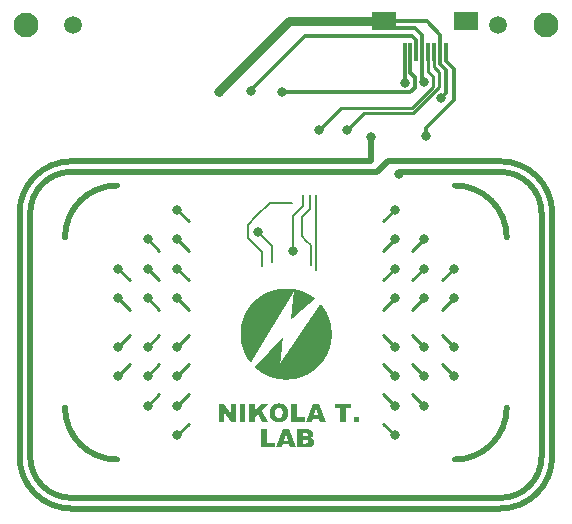
<source format=gtl>
G04*
G04 #@! TF.GenerationSoftware,Altium Limited,Altium Designer,20.0.13 (296)*
G04*
G04 Layer_Physical_Order=1*
G04 Layer_Color=19455*
%FSLAX44Y44*%
%MOMM*%
G71*
G01*
G75*
%ADD11C,0.2540*%
%ADD13C,0.8000*%
%ADD17C,0.2000*%
%ADD18C,0.2500*%
%ADD23C,0.5080*%
%ADD24R,2.0000X1.5000*%
%ADD25R,0.3000X1.5000*%
%ADD26C,0.3048*%
%ADD27C,0.0127*%
%ADD28C,0.7620*%
%ADD29C,0.3302*%
%ADD30C,2.1000*%
%ADD31C,1.5000*%
%ADD32C,0.8128*%
G36*
X18994Y-313564D02*
X19189D01*
X19383Y-313592D01*
X19883Y-313675D01*
X20438Y-313814D01*
X20993Y-314008D01*
X21521Y-314286D01*
X22020Y-314647D01*
X22048D01*
X22076Y-314702D01*
X22215Y-314841D01*
X22409Y-315063D01*
X22631Y-315396D01*
X22826Y-315785D01*
X23020Y-316229D01*
X23159Y-316757D01*
X23214Y-317034D01*
Y-317340D01*
Y-317367D01*
Y-317395D01*
Y-317562D01*
X23159Y-317812D01*
X23103Y-318117D01*
X22992Y-318478D01*
X22853Y-318867D01*
X22631Y-319255D01*
X22353Y-319644D01*
X22326Y-319672D01*
X22243Y-319755D01*
X22131Y-319866D01*
X21937Y-320005D01*
X21715Y-320171D01*
X21437Y-320338D01*
X21104Y-320505D01*
X20716Y-320671D01*
X20743D01*
X20799Y-320699D01*
X20882D01*
X20993Y-320755D01*
X21271Y-320838D01*
X21632Y-320976D01*
X22020Y-321171D01*
X22437Y-321421D01*
X22798Y-321698D01*
X23131Y-322032D01*
X23159Y-322087D01*
X23242Y-322198D01*
X23381Y-322420D01*
X23519Y-322698D01*
X23658Y-323031D01*
X23797Y-323447D01*
X23880Y-323919D01*
X23908Y-324447D01*
Y-324502D01*
Y-324641D01*
X23880Y-324863D01*
X23853Y-325141D01*
X23769Y-325474D01*
X23686Y-325835D01*
X23547Y-326196D01*
X23353Y-326557D01*
X23325Y-326585D01*
X23242Y-326723D01*
X23131Y-326890D01*
X22964Y-327084D01*
X22742Y-327334D01*
X22465Y-327584D01*
X22159Y-327834D01*
X21826Y-328056D01*
X21798D01*
X21715Y-328111D01*
X21576Y-328167D01*
X21382Y-328250D01*
X21132Y-328334D01*
X20827Y-328417D01*
X20466Y-328472D01*
X20049Y-328556D01*
X19994D01*
X19911Y-328583D01*
X19799D01*
X19522Y-328611D01*
X19189Y-328639D01*
X18828Y-328694D01*
X18495Y-328722D01*
X18189Y-328750D01*
X9833D01*
Y-313536D01*
X18856D01*
X18994Y-313564D01*
D02*
G37*
G36*
X8334Y-328750D02*
X3392D01*
X2642Y-326251D01*
X-2688D01*
X-3438Y-328750D01*
X-8240D01*
X-2549Y-313536D01*
X2615D01*
X8334Y-328750D01*
D02*
G37*
G36*
X-16208Y-325002D02*
X-8851D01*
Y-328750D01*
X-20900D01*
Y-313536D01*
X-16208D01*
Y-325002D01*
D02*
G37*
G36*
X-20615Y-297533D02*
X-14785Y-307000D01*
X-20587D01*
X-23807Y-300781D01*
X-26223Y-303308D01*
Y-307000D01*
X-30914D01*
Y-291786D01*
X-26223D01*
Y-297561D01*
X-21309Y-291786D01*
X-15035D01*
X-20615Y-297533D01*
D02*
G37*
G36*
X-42325Y-307000D02*
X-46767D01*
X-52486Y-298616D01*
Y-307000D01*
X-56900D01*
Y-291786D01*
X-52541D01*
X-46767Y-300226D01*
Y-291786D01*
X-42325D01*
Y-307000D01*
D02*
G37*
G36*
X61894Y-307000D02*
X57369D01*
Y-302752D01*
X61894D01*
Y-307000D01*
D02*
G37*
G36*
X55509Y-295534D02*
X50706D01*
Y-307000D01*
X46014D01*
Y-295534D01*
X41212D01*
Y-291786D01*
X55509D01*
Y-295534D01*
D02*
G37*
G36*
X33716Y-307000D02*
X28774D01*
X28025Y-304501D01*
X22694D01*
X21945Y-307000D01*
X17142D01*
X22833Y-291786D01*
X27997D01*
X33716Y-307000D01*
D02*
G37*
G36*
X9174Y-303252D02*
X16531Y-303252D01*
Y-307000D01*
X4482Y-307000D01*
Y-291786D01*
X9174D01*
Y-303252D01*
D02*
G37*
G36*
X-34302Y-307000D02*
X-39021D01*
Y-291786D01*
X-34302D01*
Y-307000D01*
D02*
G37*
G36*
X-5346Y-291564D02*
X-5012Y-291592D01*
X-4651Y-291648D01*
X-4235Y-291703D01*
X-3819Y-291786D01*
X-3347Y-291898D01*
X-2875Y-292036D01*
X-2375Y-292203D01*
X-1903Y-292397D01*
X-1431Y-292647D01*
X-959Y-292925D01*
X-543Y-293230D01*
X-126Y-293591D01*
X-99Y-293619D01*
X-43Y-293674D01*
X68Y-293813D01*
X207Y-293952D01*
X346Y-294174D01*
X540Y-294424D01*
X734Y-294729D01*
X929Y-295062D01*
X1123Y-295451D01*
X1290Y-295868D01*
X1484Y-296339D01*
X1623Y-296839D01*
X1762Y-297394D01*
X1873Y-297977D01*
X1928Y-298616D01*
X1956Y-299282D01*
Y-299310D01*
Y-299393D01*
Y-299532D01*
Y-299727D01*
X1928Y-299949D01*
X1900Y-300226D01*
X1873Y-300504D01*
X1845Y-300837D01*
X1734Y-301531D01*
X1567Y-302253D01*
X1345Y-302975D01*
X1040Y-303669D01*
Y-303696D01*
X1012Y-303752D01*
X957Y-303835D01*
X873Y-303946D01*
X679Y-304252D01*
X373Y-304640D01*
X12Y-305057D01*
X-432Y-305501D01*
X-931Y-305917D01*
X-1542Y-306306D01*
X-1570D01*
X-1625Y-306334D01*
X-1709Y-306389D01*
X-1848Y-306445D01*
X-2014Y-306528D01*
X-2208Y-306611D01*
X-2430Y-306695D01*
X-2708Y-306778D01*
X-3013Y-306861D01*
X-3319Y-306945D01*
X-4041Y-307111D01*
X-4874Y-307222D01*
X-5790Y-307250D01*
X-6206D01*
X-6428Y-307222D01*
X-6678Y-307194D01*
X-6956D01*
X-7289Y-307139D01*
X-7955Y-307056D01*
X-8649Y-306917D01*
X-9371Y-306723D01*
X-10037Y-306445D01*
X-10065D01*
X-10121Y-306417D01*
X-10204Y-306362D01*
X-10315Y-306278D01*
X-10620Y-306084D01*
X-11009Y-305806D01*
X-11453Y-305473D01*
X-11897Y-305001D01*
X-12369Y-304474D01*
X-12786Y-303863D01*
Y-303835D01*
X-12841Y-303780D01*
X-12869Y-303669D01*
X-12952Y-303530D01*
X-13036Y-303363D01*
X-13119Y-303169D01*
X-13202Y-302919D01*
X-13285Y-302642D01*
X-13397Y-302336D01*
X-13480Y-302003D01*
X-13563Y-301642D01*
X-13647Y-301226D01*
X-13757Y-300365D01*
X-13813Y-299421D01*
Y-299366D01*
Y-299254D01*
X-13785Y-299060D01*
Y-298810D01*
X-13757Y-298505D01*
X-13702Y-298144D01*
X-13647Y-297728D01*
X-13563Y-297311D01*
X-13452Y-296839D01*
X-13313Y-296367D01*
X-13147Y-295895D01*
X-12952Y-295396D01*
X-12702Y-294924D01*
X-12425Y-294452D01*
X-12119Y-294035D01*
X-11759Y-293619D01*
X-11731Y-293591D01*
X-11648Y-293535D01*
X-11537Y-293424D01*
X-11370Y-293286D01*
X-11148Y-293147D01*
X-10898Y-292952D01*
X-10593Y-292758D01*
X-10259Y-292564D01*
X-9871Y-292369D01*
X-9427Y-292203D01*
X-8955Y-292009D01*
X-8427Y-291870D01*
X-7872Y-291731D01*
X-7261Y-291620D01*
X-6623Y-291564D01*
X-5956Y-291537D01*
X-5595D01*
X-5346Y-291564D01*
D02*
G37*
%LPC*%
G36*
X16662Y-316618D02*
X14580D01*
Y-319505D01*
X16801D01*
X16995Y-319477D01*
X17245Y-319450D01*
X17745Y-319339D01*
X17967Y-319255D01*
X18161Y-319144D01*
X18189Y-319116D01*
X18245Y-319061D01*
X18300Y-318978D01*
X18384Y-318867D01*
X18467Y-318700D01*
X18550Y-318506D01*
X18578Y-318284D01*
X18606Y-318034D01*
Y-318006D01*
Y-317923D01*
X18578Y-317812D01*
X18550Y-317645D01*
X18495Y-317479D01*
X18411Y-317312D01*
X18300Y-317145D01*
X18161Y-317007D01*
X18134Y-316979D01*
X18078Y-316951D01*
X17967Y-316896D01*
X17801Y-316812D01*
X17606Y-316729D01*
X17356Y-316673D01*
X17023Y-316646D01*
X16662Y-316618D01*
D02*
G37*
G36*
X16940Y-322392D02*
X14580D01*
Y-325474D01*
X17162D01*
X17384Y-325446D01*
X17634Y-325419D01*
X17939Y-325363D01*
X18217Y-325308D01*
X18467Y-325196D01*
X18689Y-325058D01*
X18717Y-325030D01*
X18772Y-324974D01*
X18856Y-324891D01*
X18939Y-324752D01*
X19022Y-324586D01*
X19105Y-324364D01*
X19161Y-324141D01*
X19189Y-323892D01*
Y-323864D01*
Y-323781D01*
X19161Y-323670D01*
X19133Y-323503D01*
X19078Y-323336D01*
X18966Y-323142D01*
X18856Y-322975D01*
X18689Y-322809D01*
X18661Y-322781D01*
X18606Y-322753D01*
X18467Y-322670D01*
X18273Y-322587D01*
X18050Y-322531D01*
X17745Y-322448D01*
X17384Y-322420D01*
X16940Y-322392D01*
D02*
G37*
G36*
X-23Y-317506D02*
X-1689Y-322948D01*
X1643D01*
X-23Y-317506D01*
D02*
G37*
G36*
X25359Y-295756D02*
X23694Y-301198D01*
X27025D01*
X25359Y-295756D01*
D02*
G37*
G36*
X-5984Y-295090D02*
X-6040D01*
X-6206Y-295118D01*
X-6484Y-295146D01*
X-6789Y-295229D01*
X-7150Y-295340D01*
X-7539Y-295534D01*
X-7927Y-295784D01*
X-8261Y-296117D01*
X-8288Y-296173D01*
X-8399Y-296312D01*
X-8538Y-296562D01*
X-8677Y-296895D01*
X-8760Y-297117D01*
X-8844Y-297367D01*
X-8927Y-297644D01*
X-8982Y-297922D01*
X-9038Y-298255D01*
X-9093Y-298616D01*
X-9121Y-299005D01*
Y-299421D01*
Y-299449D01*
Y-299532D01*
Y-299643D01*
X-9093Y-299782D01*
Y-299976D01*
X-9066Y-300198D01*
X-9010Y-300698D01*
X-8927Y-301226D01*
X-8760Y-301781D01*
X-8566Y-302308D01*
X-8427Y-302530D01*
X-8288Y-302725D01*
X-8261Y-302780D01*
X-8122Y-302891D01*
X-7927Y-303030D01*
X-7678Y-303225D01*
X-7344Y-303419D01*
X-6928Y-303558D01*
X-6456Y-303669D01*
X-5929Y-303724D01*
X-5790D01*
X-5679Y-303696D01*
X-5401Y-303669D01*
X-5068Y-303613D01*
X-4707Y-303474D01*
X-4318Y-303308D01*
X-3930Y-303086D01*
X-3596Y-302752D01*
X-3569Y-302697D01*
X-3458Y-302558D01*
X-3402Y-302447D01*
X-3319Y-302308D01*
X-3236Y-302142D01*
X-3152Y-301947D01*
X-3097Y-301725D01*
X-3013Y-301476D01*
X-2930Y-301170D01*
X-2875Y-300865D01*
X-2819Y-300504D01*
X-2764Y-300115D01*
X-2736Y-299699D01*
Y-299227D01*
Y-299199D01*
Y-299143D01*
Y-299032D01*
Y-298866D01*
X-2764Y-298699D01*
X-2791Y-298505D01*
X-2847Y-298033D01*
X-2958Y-297533D01*
X-3097Y-297006D01*
X-3319Y-296506D01*
X-3624Y-296090D01*
X-3652Y-296034D01*
X-3791Y-295923D01*
X-3985Y-295784D01*
X-4235Y-295590D01*
X-4568Y-295396D01*
X-4985Y-295257D01*
X-5457Y-295146D01*
X-5984Y-295090D01*
D02*
G37*
%LPD*%
D11*
X65750Y-45750D02*
X107750D01*
X129500Y-24000D02*
Y-10500D01*
X107750Y-45750D02*
X129500Y-24000D01*
X47000Y-41000D02*
X106750D01*
X124500Y-23250D02*
Y-14500D01*
X106750Y-41000D02*
X124500Y-23250D01*
X125500Y-6500D02*
X129500Y-10500D01*
X120500Y-10500D02*
X124500Y-14500D01*
X120500Y-10500D02*
Y6000D01*
X125500Y-6500D02*
Y6000D01*
X27750Y-60250D02*
X47000Y-41000D01*
X51750Y-59750D02*
X65750Y-45750D01*
D13*
X6400Y-162600D02*
D03*
X-23600Y-146600D02*
D03*
X-142000Y-243500D02*
D03*
Y-268500D02*
D03*
X-117000Y-293500D02*
D03*
Y-268500D02*
D03*
Y-243500D02*
D03*
X-92000Y-268500D02*
D03*
Y-243500D02*
D03*
Y-293500D02*
D03*
Y-318500D02*
D03*
Y-127500D02*
D03*
Y-152500D02*
D03*
Y-202500D02*
D03*
Y-177500D02*
D03*
X-117000Y-202500D02*
D03*
Y-177500D02*
D03*
Y-152500D02*
D03*
X-142000Y-177500D02*
D03*
Y-202500D02*
D03*
X142000D02*
D03*
Y-177500D02*
D03*
X117000Y-152500D02*
D03*
Y-177500D02*
D03*
Y-202500D02*
D03*
X92000Y-177500D02*
D03*
Y-202500D02*
D03*
Y-152500D02*
D03*
Y-127500D02*
D03*
Y-318500D02*
D03*
Y-293500D02*
D03*
Y-243500D02*
D03*
Y-268500D02*
D03*
X117000Y-243500D02*
D03*
Y-268500D02*
D03*
Y-293500D02*
D03*
X142000Y-268500D02*
D03*
Y-243500D02*
D03*
D17*
X-20100Y-175100D02*
Y-163600D01*
X-32100Y-151600D02*
X-20100Y-163600D01*
X-32100Y-151600D02*
Y-140100D01*
X-25100Y-133100D01*
X-13600Y-121600D01*
X4900D01*
X-12100Y-171600D02*
Y-158100D01*
X-23600Y-146600D02*
X-12100Y-158100D01*
X25900Y-178600D02*
Y-115100D01*
X14900Y-124100D02*
Y-115100D01*
X7900Y-131100D02*
X14900Y-124100D01*
X6400Y-132600D02*
X7900Y-131100D01*
X6400Y-162600D02*
Y-132600D01*
X20400Y-127100D02*
Y-115100D01*
X13400Y-134100D02*
X20400Y-127100D01*
X13400Y-150100D02*
Y-134100D01*
Y-150100D02*
X16900Y-153600D01*
X20900Y-157600D01*
Y-174600D02*
Y-157600D01*
D18*
X-92000Y-318500D02*
X-82050Y-308550D01*
X-92000Y-293500D02*
X-82050Y-283550D01*
X-117000Y-293500D02*
X-107050Y-283550D01*
X-92000Y-268500D02*
X-82050Y-258550D01*
X-117000Y-268500D02*
X-107050Y-258550D01*
X-142000Y-268500D02*
X-132050Y-258550D01*
X-142000Y-243500D02*
X-132050Y-233550D01*
X-117000Y-243500D02*
X-107050Y-233550D01*
X-92000Y-243500D02*
X-82050Y-233550D01*
X-92000Y-202500D02*
X-82050Y-212450D01*
X-117000Y-202500D02*
X-107050Y-212450D01*
X-142000Y-202500D02*
X-132050Y-212450D01*
X-142000Y-177500D02*
X-132050Y-187450D01*
X-117000Y-177500D02*
X-107050Y-187450D01*
X-92000Y-177500D02*
X-82050Y-187450D01*
X-117000Y-152500D02*
X-107050Y-162450D01*
X-92000Y-152500D02*
X-82050Y-162450D01*
X-92000Y-127500D02*
X-82050Y-137450D01*
X82050D02*
X92000Y-127500D01*
X82050Y-162450D02*
X92000Y-152500D01*
X107050Y-162450D02*
X117000Y-152500D01*
X82050Y-187450D02*
X92000Y-177500D01*
X107050Y-187450D02*
X117000Y-177500D01*
X132050Y-187450D02*
X142000Y-177500D01*
X132050Y-212450D02*
X142000Y-202500D01*
X107050Y-212450D02*
X117000Y-202500D01*
X82050Y-212450D02*
X92000Y-202500D01*
X82050Y-233550D02*
X92000Y-243500D01*
X107050Y-233550D02*
X117000Y-243500D01*
X132050Y-233550D02*
X142000Y-243500D01*
X132050Y-258550D02*
X142000Y-268500D01*
X107050Y-258550D02*
X117000Y-268500D01*
X82050Y-258550D02*
X92000Y-268500D01*
X107050Y-283550D02*
X117000Y-293500D01*
X82050Y-283550D02*
X92000Y-293500D01*
X82050Y-308550D02*
X92000Y-318500D01*
D23*
X187000Y-151000D02*
G03*
X143000Y-107000I-44000J0D01*
G01*
Y-339000D02*
G03*
X187000Y-295000I0J44000D01*
G01*
X-187000D02*
G03*
X-143000Y-339000I44000J0D01*
G01*
Y-107000D02*
G03*
X-187000Y-151000I0J-44000D01*
G01*
X225500Y-130500D02*
G03*
X181500Y-86500I-44000J0D01*
G01*
X216500Y-130500D02*
G03*
X181500Y-95500I-35000J-0D01*
G01*
Y-371500D02*
G03*
X216500Y-336500I0J35000D01*
G01*
X181500Y-380500D02*
G03*
X225500Y-336500I0J44000D01*
G01*
X-181500Y-95500D02*
G03*
X-216500Y-130500I0J-35000D01*
G01*
X-181500Y-86500D02*
G03*
X-225500Y-130500I0J-44000D01*
G01*
X-216500Y-336500D02*
G03*
X-181500Y-371500I35000J0D01*
G01*
X-225500Y-336500D02*
G03*
X-181500Y-380500I44000J0D01*
G01*
X225500Y-336500D02*
Y-130500D01*
X95500Y-95500D02*
X181500D01*
X216500Y-336500D02*
Y-130500D01*
X86500Y-86500D02*
X181500D01*
X-181500Y-95500D02*
X77500D01*
X-181500Y-86500D02*
X72500D01*
X-181500Y-380500D02*
X181500D01*
X-181500Y-371500D02*
X181500D01*
X-216500Y-336500D02*
Y-130500D01*
X-225500Y-336500D02*
Y-130500D01*
X72500Y-86500D02*
Y-66000D01*
X77500Y-95500D02*
X86500Y-86500D01*
D24*
X152500Y32000D02*
D03*
X83500Y32000D02*
D03*
D25*
X135500Y6000D02*
D03*
X130500D02*
D03*
X125500D02*
D03*
X120500D02*
D03*
X110500D02*
D03*
X115500D02*
D03*
X100500D02*
D03*
X105500D02*
D03*
D26*
X131500Y-32750D02*
X135500Y-28750D01*
X118500Y-65500D02*
Y-58000D01*
X142250Y-34250D02*
Y-8750D01*
X118500Y-58000D02*
X142250Y-34250D01*
X135500Y-28750D02*
Y-9250D01*
X130500Y-4250D02*
X135500Y-9250D01*
X130500Y-4250D02*
Y6000D01*
X135500Y-2000D02*
Y6000D01*
Y-2000D02*
X142250Y-8750D01*
X119250Y32000D02*
X130500Y20750D01*
X83500Y32000D02*
X119250D01*
X130500Y6000D02*
Y20750D01*
X115500Y-18000D02*
X116750Y-19250D01*
X115500Y-18000D02*
Y6000D01*
X83500Y32000D02*
X89000Y26500D01*
X109000D01*
X115500Y20000D01*
Y6000D02*
Y20000D01*
X-3500Y-28000D02*
X105500D01*
X109000Y-24500D01*
Y-15500D01*
X105500Y-12000D02*
X109000Y-15500D01*
X105500Y-12000D02*
Y6000D01*
X100500Y-20000D02*
X100500Y-20000D01*
X100500Y-20000D02*
Y6000D01*
X100500Y-20125D02*
Y-20000D01*
D27*
X-3156Y-194311D02*
X2856D01*
X-4426Y-194438D02*
X4126D01*
X-5442Y-194565D02*
X5142D01*
X-6204Y-194692D02*
X6031D01*
X-6966Y-194819D02*
X6666D01*
X-7728Y-194946D02*
X6666D01*
X6877D02*
X7428D01*
X-8236Y-195073D02*
X6539D01*
X6877D02*
X7936D01*
X-8871Y-195200D02*
X6539D01*
X6877D02*
X8571D01*
X-9379Y-195327D02*
X6412D01*
X6877D02*
X9079D01*
X-9760Y-195454D02*
X6412D01*
X6877D02*
X9460D01*
X-10268Y-195581D02*
X6285D01*
X6750D02*
X9968D01*
X-10776Y-195708D02*
X6158D01*
X6750D02*
X10476D01*
X-11157Y-195835D02*
X6158D01*
X6750D02*
X10857D01*
X-11538Y-195962D02*
X6031D01*
X6750D02*
X11238D01*
X-11919Y-196089D02*
X5904D01*
X6750D02*
X11619D01*
X-12300Y-196216D02*
X5904D01*
X6750D02*
X12000D01*
X-12681Y-196343D02*
X5777D01*
X6750D02*
X12381D01*
X-13062Y-196470D02*
X5777D01*
X6750D02*
X12762D01*
X-13443Y-196597D02*
X5650D01*
X6750D02*
X13143D01*
X-13697Y-196724D02*
X5523D01*
X6750D02*
X13397D01*
X-14078Y-196851D02*
X5523D01*
X6623D02*
X13778D01*
X-14459Y-196978D02*
X5396D01*
X6623D02*
X14032D01*
X-14713Y-197105D02*
X5396D01*
X6623D02*
X14413D01*
X-14967Y-197232D02*
X5269D01*
X6623D02*
X14667D01*
X-15348Y-197359D02*
X5142D01*
X6623D02*
X15048D01*
X-15602Y-197486D02*
X5142D01*
X6623D02*
X15302D01*
X-15856Y-197613D02*
X5015D01*
X6623D02*
X15556D01*
X-16110Y-197740D02*
X5015D01*
X6623D02*
X15810D01*
X-16491Y-197867D02*
X4888D01*
X6623D02*
X16191D01*
X-16745Y-197994D02*
X4761D01*
X6623D02*
X16445D01*
X-16999Y-198121D02*
X4761D01*
X6496D02*
X16699D01*
X-17253Y-198248D02*
X4634D01*
X6496D02*
X16953D01*
X-17507Y-198375D02*
X4634D01*
X6496D02*
X17207D01*
X-17761Y-198502D02*
X4507D01*
X6496D02*
X17461D01*
X-18015Y-198629D02*
X4380D01*
X6496D02*
X17715D01*
X-18269Y-198756D02*
X4380D01*
X6496D02*
X17969D01*
X-18396Y-198883D02*
X4253D01*
X6496D02*
X18096D01*
X-18650Y-199010D02*
X4253D01*
X6496D02*
X18350D01*
X-18904Y-199137D02*
X4126D01*
X6496D02*
X18604D01*
X-19158Y-199264D02*
X3999D01*
X6496D02*
X18858D01*
X-19412Y-199391D02*
X3999D01*
X6369D02*
X19112D01*
X-19539Y-199518D02*
X3872D01*
X6369D02*
X19239D01*
X-19793Y-199645D02*
X3745D01*
X6369D02*
X19493D01*
X-19920Y-199772D02*
X3745D01*
X6369D02*
X19620D01*
X-20174Y-199899D02*
X3618D01*
X6369D02*
X19874D01*
X-20428Y-200026D02*
X3618D01*
X6369D02*
X20128D01*
X-20555Y-200153D02*
X3491D01*
X6369D02*
X20255D01*
X-20809Y-200280D02*
X3364D01*
X6369D02*
X20509D01*
X-20936Y-200407D02*
X3364D01*
X6369D02*
X20636D01*
X-21190Y-200534D02*
X3237D01*
X6369D02*
X20890D01*
X-21317Y-200661D02*
X3237D01*
X6242D02*
X21017D01*
X-21571Y-200788D02*
X3110D01*
X6242D02*
X21271D01*
X-21698Y-200915D02*
X2983D01*
X6242D02*
X21398D01*
X-21952Y-201042D02*
X2983D01*
X6242D02*
X21652D01*
X-22079Y-201169D02*
X2856D01*
X6242D02*
X21779D01*
X-22333Y-201296D02*
X2856D01*
X6242D02*
X22033D01*
X-22460Y-201423D02*
X2729D01*
X6242D02*
X22160D01*
X-22587Y-201550D02*
X2602D01*
X6242D02*
X22287D01*
X-22841Y-201677D02*
X2602D01*
X6242D02*
X22541D01*
X-22968Y-201804D02*
X2475D01*
X6242D02*
X22668D01*
X-23095Y-201931D02*
X2475D01*
X6115D02*
X22795D01*
X-23349Y-202058D02*
X2348D01*
X6115D02*
X23049D01*
X-23476Y-202185D02*
X2221D01*
X6115D02*
X23176D01*
X-23603Y-202312D02*
X2221D01*
X6115D02*
X23303D01*
X-23857Y-202439D02*
X2094D01*
X6115D02*
X23430D01*
X-23984Y-202566D02*
X2094D01*
X6115D02*
X23303D01*
X-24111Y-202693D02*
X1967D01*
X6115D02*
X23176D01*
X-24238Y-202820D02*
X1840D01*
X6115D02*
X23049D01*
X-24492Y-202947D02*
X1840D01*
X6115D02*
X22922D01*
X-24619Y-203074D02*
X1713D01*
X6115D02*
X22668D01*
X-24746Y-203201D02*
X1586D01*
X5988D02*
X22541D01*
X-24873Y-203328D02*
X1586D01*
X5988D02*
X22414D01*
X-25000Y-203455D02*
X1459D01*
X5988D02*
X22287D01*
X-25127Y-203582D02*
X1459D01*
X5988D02*
X22160D01*
X-25381Y-203709D02*
X1332D01*
X5988D02*
X22033D01*
X-25508Y-203836D02*
X1205D01*
X5988D02*
X21906D01*
X-25635Y-203963D02*
X1205D01*
X5988D02*
X21652D01*
X-25762Y-204090D02*
X1078D01*
X5988D02*
X21525D01*
X-25889Y-204217D02*
X1078D01*
X5988D02*
X21398D01*
X-26016Y-204344D02*
X951D01*
X5988D02*
X21271D01*
X-26143Y-204471D02*
X824D01*
X5861D02*
X21144D01*
X-26270Y-204598D02*
X824D01*
X5861D02*
X21017D01*
X-26397Y-204725D02*
X697D01*
X5861D02*
X20890D01*
X-26524Y-204852D02*
X697D01*
X5861D02*
X20636D01*
X-26651Y-204979D02*
X570D01*
X5861D02*
X20509D01*
X-26905Y-205106D02*
X443D01*
X5861D02*
X20382D01*
X-27032Y-205233D02*
X443D01*
X5861D02*
X20255D01*
X-27159Y-205360D02*
X316D01*
X5861D02*
X20128D01*
X-27286Y-205487D02*
X316D01*
X5861D02*
X20001D01*
X-27413Y-205614D02*
X189D01*
X5861D02*
X19874D01*
X-27540Y-205741D02*
X62D01*
X5734D02*
X19620D01*
X-27667Y-205868D02*
X62D01*
X5734D02*
X19493D01*
X-27667Y-205995D02*
X-65D01*
X5734D02*
X19366D01*
X-27794Y-206122D02*
X-65D01*
X5734D02*
X19239D01*
X-27921Y-206249D02*
X-192D01*
X5734D02*
X19112D01*
X-28048Y-206376D02*
X-319D01*
X5734D02*
X18985D01*
X-28175Y-206503D02*
X-319D01*
X5734D02*
X18858D01*
X-28302Y-206630D02*
X-446D01*
X5734D02*
X18604D01*
X-28429Y-206757D02*
X-573D01*
X5734D02*
X18477D01*
X-28556Y-206884D02*
X-573D01*
X5734D02*
X18350D01*
X-28683Y-207011D02*
X-700D01*
X5607D02*
X18223D01*
X-28810Y-207138D02*
X-700D01*
X5607D02*
X18096D01*
X-28937Y-207265D02*
X-827D01*
X5607D02*
X17969D01*
X-28937Y-207392D02*
X-954D01*
X5607D02*
X17842D01*
X-29064Y-207519D02*
X-954D01*
X5607D02*
X17588D01*
X-29191Y-207646D02*
X-1081D01*
X5607D02*
X17461D01*
X-29318Y-207773D02*
X-1081D01*
X5607D02*
X17334D01*
X28975D02*
X29018D01*
X-29445Y-207900D02*
X-1208D01*
X5607D02*
X17207D01*
X28848D02*
X29145D01*
X-29572Y-208027D02*
X-1335D01*
X5607D02*
X17080D01*
X28721D02*
X29272D01*
X-29572Y-208154D02*
X-1335D01*
X5607D02*
X16953D01*
X28721D02*
X29272D01*
X-29699Y-208281D02*
X-1462D01*
X5480D02*
X16826D01*
X28594D02*
X29399D01*
X-29826Y-208408D02*
X-1462D01*
X5480D02*
X16572D01*
X28467D02*
X29526D01*
X-29953Y-208535D02*
X-1589D01*
X5480D02*
X16445D01*
X28467D02*
X29653D01*
X-30080Y-208662D02*
X-1716D01*
X5480D02*
X16318D01*
X28340D02*
X29780D01*
X-30080Y-208789D02*
X-1716D01*
X5480D02*
X16191D01*
X28213D02*
X29780D01*
X-30207Y-208916D02*
X-1843D01*
X5480D02*
X16064D01*
X28213D02*
X29907D01*
X-30334Y-209043D02*
X-1843D01*
X5480D02*
X15937D01*
X28086D02*
X30034D01*
X-30461Y-209170D02*
X-1970D01*
X5480D02*
X15810D01*
X27959D02*
X30161D01*
X-30588Y-209297D02*
X-2097D01*
X5480D02*
X15556D01*
X27959D02*
X30288D01*
X-30588Y-209424D02*
X-2097D01*
X5480D02*
X15429D01*
X27832D02*
X30288D01*
X-30715Y-209551D02*
X-2224D01*
X5353D02*
X15302D01*
X27705D02*
X30415D01*
X-30842Y-209678D02*
X-2224D01*
X5353D02*
X15175D01*
X27578D02*
X30542D01*
X-30969Y-209805D02*
X-2351D01*
X5353D02*
X15048D01*
X27578D02*
X30669D01*
X-30969Y-209932D02*
X-2478D01*
X5353D02*
X14921D01*
X27451D02*
X30669D01*
X-31096Y-210059D02*
X-2478D01*
X5353D02*
X14794D01*
X27324D02*
X30796D01*
X-31223Y-210186D02*
X-2605D01*
X5353D02*
X14540D01*
X27324D02*
X30923D01*
X-31223Y-210313D02*
X-2605D01*
X5353D02*
X14413D01*
X27197D02*
X30923D01*
X-31350Y-210440D02*
X-2732D01*
X5353D02*
X14286D01*
X27070D02*
X31050D01*
X-31477Y-210567D02*
X-2859D01*
X5353D02*
X14159D01*
X27070D02*
X31177D01*
X-31477Y-210694D02*
X-2859D01*
X5353D02*
X14032D01*
X26943D02*
X31177D01*
X-31604Y-210821D02*
X-2986D01*
X5226D02*
X13905D01*
X26816D02*
X31304D01*
X-31731Y-210948D02*
X-3113D01*
X5226D02*
X13778D01*
X26816D02*
X31431D01*
X-31858Y-211075D02*
X-3113D01*
X5226D02*
X13524D01*
X26689D02*
X31558D01*
X-31858Y-211202D02*
X-3240D01*
X5226D02*
X13397D01*
X26562D02*
X31558D01*
X-31985Y-211329D02*
X-3240D01*
X5226D02*
X13270D01*
X26562D02*
X31685D01*
X-32112Y-211456D02*
X-3367D01*
X5226D02*
X13143D01*
X26435D02*
X31812D01*
X-32112Y-211583D02*
X-3494D01*
X5226D02*
X13016D01*
X26308D02*
X31812D01*
X-32239Y-211710D02*
X-3494D01*
X5226D02*
X12889D01*
X26308D02*
X31939D01*
X-32239Y-211837D02*
X-3621D01*
X5226D02*
X12762D01*
X26181D02*
X31939D01*
X-32366Y-211964D02*
X-3621D01*
X5099D02*
X12508D01*
X26054D02*
X32066D01*
X-32493Y-212091D02*
X-3748D01*
X5099D02*
X12381D01*
X26054D02*
X32193D01*
X-32493Y-212218D02*
X-3875D01*
X5099D02*
X12254D01*
X25927D02*
X32193D01*
X-32620Y-212345D02*
X-3875D01*
X5099D02*
X12127D01*
X25800D02*
X32320D01*
X-32747Y-212472D02*
X-4002D01*
X5099D02*
X12000D01*
X25800D02*
X32447D01*
X-32747Y-212599D02*
X-4002D01*
X5099D02*
X11873D01*
X25673D02*
X32447D01*
X-32874Y-212726D02*
X-4129D01*
X5099D02*
X11619D01*
X25546D02*
X32574D01*
X-32874Y-212853D02*
X-4256D01*
X5099D02*
X11492D01*
X25419D02*
X32574D01*
X-33001Y-212980D02*
X-4256D01*
X5099D02*
X11365D01*
X25419D02*
X32701D01*
X-33128Y-213107D02*
X-4383D01*
X5099D02*
X11238D01*
X25292D02*
X32828D01*
X-33128Y-213234D02*
X-4383D01*
X4972D02*
X11111D01*
X25165D02*
X32828D01*
X-33255Y-213361D02*
X-4510D01*
X4972D02*
X10984D01*
X25165D02*
X32955D01*
X-33255Y-213488D02*
X-4637D01*
X4972D02*
X10857D01*
X25038D02*
X32955D01*
X-33382Y-213615D02*
X-4637D01*
X4972D02*
X10603D01*
X24911D02*
X33082D01*
X-33382Y-213742D02*
X-4764D01*
X4972D02*
X10476D01*
X24911D02*
X33082D01*
X-33509Y-213869D02*
X-4764D01*
X4972D02*
X10349D01*
X24784D02*
X33209D01*
X-33636Y-213996D02*
X-4891D01*
X4972D02*
X10222D01*
X24657D02*
X33336D01*
X-33636Y-214123D02*
X-5018D01*
X4972D02*
X10095D01*
X24657D02*
X33336D01*
X-33763Y-214250D02*
X-5018D01*
X4972D02*
X9968D01*
X24530D02*
X33463D01*
X-33763Y-214377D02*
X-5145D01*
X4972D02*
X9841D01*
X24403D02*
X33463D01*
X-33890Y-214504D02*
X-5272D01*
X4845D02*
X9587D01*
X24403D02*
X33590D01*
X-33890Y-214631D02*
X-5272D01*
X4845D02*
X9460D01*
X24276D02*
X33590D01*
X-34017Y-214758D02*
X-5399D01*
X4845D02*
X9333D01*
X24149D02*
X33717D01*
X-34017Y-214885D02*
X-5399D01*
X4845D02*
X9206D01*
X24149D02*
X33717D01*
X-34144Y-215012D02*
X-5526D01*
X4845D02*
X9079D01*
X24022D02*
X33844D01*
X-34144Y-215139D02*
X-5653D01*
X4845D02*
X8952D01*
X23895D02*
X33844D01*
X-34271Y-215266D02*
X-5653D01*
X4845D02*
X8825D01*
X23895D02*
X33971D01*
X-34271Y-215393D02*
X-5780D01*
X4845D02*
X8571D01*
X23768D02*
X33971D01*
X-34398Y-215520D02*
X-5780D01*
X4845D02*
X8444D01*
X23641D02*
X34098D01*
X-34398Y-215647D02*
X-5907D01*
X4845D02*
X8317D01*
X23641D02*
X34098D01*
X-34525Y-215774D02*
X-6034D01*
X4718D02*
X8190D01*
X23514D02*
X34225D01*
X-34525Y-215901D02*
X-6034D01*
X4718D02*
X8063D01*
X23387D02*
X34225D01*
X-34652Y-216028D02*
X-6161D01*
X4718D02*
X7936D01*
X23387D02*
X34352D01*
X-34652Y-216155D02*
X-6161D01*
X4718D02*
X7809D01*
X23260D02*
X34352D01*
X-34779Y-216282D02*
X-6288D01*
X4718D02*
X7555D01*
X23133D02*
X34479D01*
X-34779Y-216409D02*
X-6415D01*
X4718D02*
X7428D01*
X23006D02*
X34479D01*
X-34906Y-216536D02*
X-6415D01*
X4718D02*
X7301D01*
X23006D02*
X34606D01*
X-34906Y-216663D02*
X-6542D01*
X4718D02*
X7174D01*
X22879D02*
X34606D01*
X-34906Y-216790D02*
X-6542D01*
X4718D02*
X7047D01*
X22752D02*
X34606D01*
X-35033Y-216917D02*
X-6669D01*
X4718D02*
X6920D01*
X22752D02*
X34733D01*
X-35033Y-217044D02*
X-6796D01*
X4591D02*
X6793D01*
X22625D02*
X34733D01*
X-35160Y-217171D02*
X-6796D01*
X4591D02*
X6539D01*
X22498D02*
X34860D01*
X-35160Y-217298D02*
X-6923D01*
X4591D02*
X6412D01*
X22498D02*
X34860D01*
X-35287Y-217425D02*
X-6923D01*
X4591D02*
X6285D01*
X22371D02*
X34987D01*
X-35287Y-217552D02*
X-7050D01*
X4591D02*
X6158D01*
X22244D02*
X34987D01*
X-35414Y-217679D02*
X-7177D01*
X4591D02*
X6031D01*
X22244D02*
X35114D01*
X-35414Y-217806D02*
X-7177D01*
X4591D02*
X5904D01*
X22117D02*
X35114D01*
X-35414Y-217933D02*
X-7304D01*
X4591D02*
X5777D01*
X21990D02*
X35114D01*
X-35541Y-218060D02*
X-7431D01*
X4591D02*
X5523D01*
X21990D02*
X35241D01*
X-35541Y-218187D02*
X-7431D01*
X4591D02*
X5396D01*
X21863D02*
X35241D01*
X-35668Y-218314D02*
X-7558D01*
X4464D02*
X5269D01*
X21736D02*
X35368D01*
X-35668Y-218441D02*
X-7558D01*
X4464D02*
X5142D01*
X21736D02*
X35368D01*
X-35668Y-218568D02*
X-7685D01*
X4464D02*
X5015D01*
X21609D02*
X35368D01*
X-35795Y-218695D02*
X-7812D01*
X4464D02*
X4888D01*
X21482D02*
X35495D01*
X-35795Y-218822D02*
X-7812D01*
X4464D02*
X4761D01*
X21482D02*
X35495D01*
X-35922Y-218949D02*
X-7939D01*
X4464D02*
X4507D01*
X21355D02*
X35622D01*
X-35922Y-219076D02*
X-7939D01*
X21228D02*
X35622D01*
X-35922Y-219203D02*
X-8066D01*
X21228D02*
X35622D01*
X-36049Y-219330D02*
X-8193D01*
X21101D02*
X35749D01*
X-36049Y-219457D02*
X-8193D01*
X20974D02*
X35749D01*
X-36049Y-219584D02*
X-8320D01*
X20847D02*
X35749D01*
X-36176Y-219711D02*
X-8320D01*
X20847D02*
X35876D01*
X-36176Y-219838D02*
X-8447D01*
X20720D02*
X35876D01*
X-36176Y-219965D02*
X-8574D01*
X20593D02*
X35876D01*
X-36303Y-220092D02*
X-8574D01*
X20593D02*
X36003D01*
X-36303Y-220219D02*
X-8701D01*
X20466D02*
X36003D01*
X-36303Y-220346D02*
X-8701D01*
X20339D02*
X36003D01*
X-36430Y-220473D02*
X-8828D01*
X20339D02*
X36130D01*
X-36430Y-220600D02*
X-8955D01*
X20212D02*
X36130D01*
X-36430Y-220727D02*
X-8955D01*
X20085D02*
X36130D01*
X-36557Y-220854D02*
X-9082D01*
X20085D02*
X36257D01*
X-36557Y-220981D02*
X-9082D01*
X19958D02*
X36257D01*
X-36557Y-221108D02*
X-9209D01*
X19831D02*
X36257D01*
X-36684Y-221235D02*
X-9336D01*
X19831D02*
X36384D01*
X-36684Y-221362D02*
X-9336D01*
X19704D02*
X36384D01*
X-36684Y-221489D02*
X-9463D01*
X19577D02*
X36384D01*
X-36811Y-221616D02*
X-9463D01*
X19577D02*
X36511D01*
X-36811Y-221743D02*
X-9590D01*
X19450D02*
X36511D01*
X-36811Y-221870D02*
X-9717D01*
X19323D02*
X36511D01*
X-36811Y-221997D02*
X-9717D01*
X19323D02*
X36511D01*
X-36938Y-222124D02*
X-9844D01*
X19196D02*
X36638D01*
X-36938Y-222251D02*
X-9971D01*
X19069D02*
X36638D01*
X-36938Y-222378D02*
X-9971D01*
X19069D02*
X36638D01*
X-36938Y-222505D02*
X-10098D01*
X18942D02*
X36765D01*
X-37065Y-222632D02*
X-10098D01*
X18815D02*
X36765D01*
X-37065Y-222759D02*
X-10225D01*
X18688D02*
X36765D01*
X-37065Y-222886D02*
X-10352D01*
X18688D02*
X36765D01*
X-37192Y-223013D02*
X-10352D01*
X18561D02*
X36892D01*
X-37192Y-223140D02*
X-10479D01*
X18434D02*
X36892D01*
X-37192Y-223267D02*
X-10479D01*
X18434D02*
X36892D01*
X-37192Y-223394D02*
X-10606D01*
X18307D02*
X36892D01*
X-37192Y-223521D02*
X-10733D01*
X18180D02*
X37019D01*
X-37319Y-223648D02*
X-10733D01*
X18180D02*
X37019D01*
X-37319Y-223775D02*
X-10860D01*
X18053D02*
X37019D01*
X-37319Y-223902D02*
X-10860D01*
X17926D02*
X37019D01*
X-37319Y-224029D02*
X-10987D01*
X17926D02*
X37019D01*
X-37446Y-224156D02*
X-11114D01*
X17799D02*
X37146D01*
X-37446Y-224283D02*
X-11114D01*
X17672D02*
X37146D01*
X-37446Y-224410D02*
X-11241D01*
X17672D02*
X37146D01*
X-37446Y-224537D02*
X-11241D01*
X17545D02*
X37146D01*
X-37573Y-224664D02*
X-11368D01*
X17418D02*
X37273D01*
X-37573Y-224791D02*
X-11495D01*
X17418D02*
X37273D01*
X-37573Y-224918D02*
X-11495D01*
X17291D02*
X37273D01*
X-37573Y-225045D02*
X-11622D01*
X17164D02*
X37273D01*
X-37573Y-225172D02*
X-11622D01*
X17164D02*
X37273D01*
X-37573Y-225299D02*
X-11749D01*
X17037D02*
X37273D01*
X-37700Y-225426D02*
X-11876D01*
X16910D02*
X37400D01*
X-37700Y-225553D02*
X-11876D01*
X16910D02*
X37400D01*
X-37700Y-225680D02*
X-12003D01*
X16783D02*
X37400D01*
X-37700Y-225807D02*
X-12003D01*
X16656D02*
X37400D01*
X-37700Y-225934D02*
X-12130D01*
X16656D02*
X37400D01*
X-37827Y-226061D02*
X-12257D01*
X16529D02*
X37527D01*
X-37827Y-226188D02*
X-12257D01*
X16402D02*
X37527D01*
X-37827Y-226315D02*
X-12384D01*
X16275D02*
X37527D01*
X-37827Y-226442D02*
X-12511D01*
X16275D02*
X37527D01*
X-37827Y-226569D02*
X-12511D01*
X16148D02*
X37527D01*
X-37827Y-226696D02*
X-12638D01*
X16021D02*
X37527D01*
X-37954Y-226823D02*
X-12638D01*
X16021D02*
X37654D01*
X-37954Y-226950D02*
X-12765D01*
X15894D02*
X37654D01*
X-37954Y-227077D02*
X-12892D01*
X15767D02*
X37654D01*
X-37954Y-227204D02*
X-12892D01*
X15767D02*
X37654D01*
X-37954Y-227331D02*
X-13019D01*
X15640D02*
X37654D01*
X-37954Y-227458D02*
X-13019D01*
X15513D02*
X37654D01*
X-37954Y-227585D02*
X-13146D01*
X15513D02*
X37654D01*
X-37954Y-227712D02*
X-13273D01*
X15386D02*
X37654D01*
X-38081Y-227839D02*
X-13273D01*
X15259D02*
X37781D01*
X-38081Y-227966D02*
X-13400D01*
X15259D02*
X37781D01*
X-38081Y-228093D02*
X-13400D01*
X15132D02*
X37781D01*
X-38081Y-228220D02*
X-13527D01*
X15005D02*
X37781D01*
X-38081Y-228347D02*
X-13654D01*
X15005D02*
X37781D01*
X-38081Y-228474D02*
X-13654D01*
X14878D02*
X37781D01*
X-38081Y-228601D02*
X-13781D01*
X14751D02*
X37781D01*
X-38081Y-228728D02*
X-13781D01*
X14751D02*
X37781D01*
X-38081Y-228855D02*
X-13908D01*
X14624D02*
X37781D01*
X-38208Y-228982D02*
X-14035D01*
X14497D02*
X37781D01*
X-38208Y-229109D02*
X-14035D01*
X14497D02*
X37908D01*
X-38208Y-229236D02*
X-14162D01*
X14370D02*
X37908D01*
X-38208Y-229363D02*
X-14162D01*
X14243D02*
X37908D01*
X-38208Y-229490D02*
X-14289D01*
X14116D02*
X37908D01*
X-38208Y-229617D02*
X-14416D01*
X14116D02*
X37908D01*
X-38208Y-229744D02*
X-14416D01*
X13989D02*
X37908D01*
X-38208Y-229871D02*
X-14543D01*
X13862D02*
X37908D01*
X-38208Y-229998D02*
X-14670D01*
X13862D02*
X37908D01*
X-38208Y-230125D02*
X-14670D01*
X13735D02*
X37908D01*
X-38208Y-230252D02*
X-14797D01*
X13608D02*
X37908D01*
X-38208Y-230379D02*
X-14797D01*
X13608D02*
X37908D01*
X-38208Y-230506D02*
X-14924D01*
X13481D02*
X37908D01*
X-38208Y-230633D02*
X-15051D01*
X13354D02*
X37908D01*
X-38208Y-230760D02*
X-15051D01*
X13354D02*
X37908D01*
X-38208Y-230887D02*
X-15178D01*
X13227D02*
X37908D01*
X-38208Y-231014D02*
X-15178D01*
X13100D02*
X37908D01*
X-38335Y-231141D02*
X-15305D01*
X13100D02*
X38035D01*
X-38335Y-231268D02*
X-15432D01*
X12973D02*
X38035D01*
X-38335Y-231395D02*
X-15432D01*
X12846D02*
X38035D01*
X-38335Y-231522D02*
X-15559D01*
X12846D02*
X38035D01*
X-38335Y-231649D02*
X-15559D01*
X12719D02*
X38035D01*
X-38335Y-231776D02*
X-15686D01*
X12592D02*
X38035D01*
X-38335Y-231903D02*
X-15813D01*
X12592D02*
X38035D01*
X-38335Y-232030D02*
X-15813D01*
X12465D02*
X38035D01*
X-38335Y-232157D02*
X-15940D01*
X12338D02*
X38035D01*
X-38335Y-232284D02*
X-15940D01*
X12338D02*
X38035D01*
X-38335Y-232411D02*
X-16067D01*
X12211D02*
X38035D01*
X-38335Y-232538D02*
X-16194D01*
X12084D02*
X38035D01*
X-38335Y-232665D02*
X-16194D01*
X11957D02*
X38035D01*
X-38335Y-232792D02*
X-16321D01*
X11957D02*
X38035D01*
X-38335Y-232919D02*
X-16321D01*
X11830D02*
X38035D01*
X-38335Y-233046D02*
X-16448D01*
X11703D02*
X38035D01*
X-38335Y-233173D02*
X-16575D01*
X11703D02*
X38035D01*
X-38335Y-233300D02*
X-16575D01*
X11576D02*
X38035D01*
X-38335Y-233427D02*
X-16702D01*
X11449D02*
X38035D01*
X-38335Y-233554D02*
X-16829D01*
X11449D02*
X38035D01*
X-38335Y-233681D02*
X-16829D01*
X11322D02*
X37908D01*
X-38208Y-233808D02*
X-16956D01*
X11195D02*
X37908D01*
X-38208Y-233935D02*
X-16956D01*
X11195D02*
X37908D01*
X-38208Y-234062D02*
X-17083D01*
X11068D02*
X37908D01*
X-38208Y-234189D02*
X-17210D01*
X10941D02*
X37908D01*
X-38208Y-234316D02*
X-17210D01*
X10941D02*
X37908D01*
X-38208Y-234443D02*
X-17337D01*
X10814D02*
X37908D01*
X-38208Y-234570D02*
X-17337D01*
X10687D02*
X37908D01*
X-38208Y-234697D02*
X-17464D01*
X10687D02*
X37908D01*
X-38208Y-234824D02*
X-17591D01*
X10560D02*
X37908D01*
X-38208Y-234951D02*
X-17591D01*
X10433D02*
X37908D01*
X-38208Y-235078D02*
X-17718D01*
X10433D02*
X37908D01*
X-38208Y-235205D02*
X-17718D01*
X10306D02*
X37908D01*
X-38208Y-235332D02*
X-17845D01*
X10179D02*
X37908D01*
X-38208Y-235459D02*
X-17972D01*
X10179D02*
X37908D01*
X-38208Y-235586D02*
X-17972D01*
X10052D02*
X37908D01*
X-38208Y-235713D02*
X-18099D01*
X9925D02*
X37908D01*
X-38081Y-235840D02*
X-18099D01*
X9798D02*
X37781D01*
X-38081Y-235967D02*
X-18226D01*
X9798D02*
X37781D01*
X-38081Y-236094D02*
X-18353D01*
X9671D02*
X37781D01*
X-38081Y-236221D02*
X-18353D01*
X9544D02*
X37781D01*
X-38081Y-236348D02*
X-18480D01*
X9544D02*
X37781D01*
X-38081Y-236475D02*
X-18480D01*
X-3537D02*
X-3494D01*
X9417D02*
X37781D01*
X-38081Y-236602D02*
X-18607D01*
X-3664D02*
X-3621D01*
X9290D02*
X37781D01*
X-38081Y-236729D02*
X-18734D01*
X-3791D02*
X-3621D01*
X9290D02*
X37781D01*
X-38081Y-236856D02*
X-18734D01*
X-3918D02*
X-3621D01*
X9163D02*
X37781D01*
X-37954Y-236983D02*
X-18861D01*
X-4045D02*
X-3621D01*
X9036D02*
X37654D01*
X-37954Y-237110D02*
X-18861D01*
X-4172D02*
X-3621D01*
X9036D02*
X37654D01*
X-37954Y-237237D02*
X-18988D01*
X-4299D02*
X-3621D01*
X8909D02*
X37654D01*
X-37954Y-237364D02*
X-19115D01*
X-4426D02*
X-3621D01*
X8782D02*
X37654D01*
X-37954Y-237491D02*
X-19115D01*
X-4553D02*
X-3621D01*
X8782D02*
X37654D01*
X-37954Y-237618D02*
X-19242D01*
X-4680D02*
X-3621D01*
X8655D02*
X37654D01*
X-37954Y-237745D02*
X-19369D01*
X-4807D02*
X-3621D01*
X8528D02*
X37654D01*
X-37954Y-237872D02*
X-19369D01*
X-4934D02*
X-3748D01*
X8528D02*
X37654D01*
X-37827Y-237999D02*
X-19496D01*
X-5061D02*
X-3748D01*
X8401D02*
X37527D01*
X-37827Y-238126D02*
X-19496D01*
X-5061D02*
X-3748D01*
X8274D02*
X37527D01*
X-37827Y-238253D02*
X-19623D01*
X-5188D02*
X-3748D01*
X8274D02*
X37527D01*
X-37827Y-238380D02*
X-19750D01*
X-5315D02*
X-3748D01*
X8147D02*
X37527D01*
X-37827Y-238507D02*
X-19750D01*
X-5442D02*
X-3748D01*
X8020D02*
X37527D01*
X-37827Y-238634D02*
X-19877D01*
X-5569D02*
X-3748D01*
X8020D02*
X37527D01*
X-37700Y-238761D02*
X-19877D01*
X-5696D02*
X-3748D01*
X7893D02*
X37400D01*
X-37700Y-238888D02*
X-20004D01*
X-5823D02*
X-3748D01*
X7766D02*
X37400D01*
X-37700Y-239015D02*
X-20131D01*
X-5950D02*
X-3748D01*
X7639D02*
X37400D01*
X-37700Y-239142D02*
X-20131D01*
X-6077D02*
X-3875D01*
X7639D02*
X37400D01*
X-37700Y-239269D02*
X-20258D01*
X-6204D02*
X-3875D01*
X7512D02*
X37400D01*
X-37700Y-239396D02*
X-20258D01*
X-6331D02*
X-3875D01*
X7385D02*
X37400D01*
X-37573Y-239523D02*
X-20385D01*
X-6458D02*
X-3875D01*
X7385D02*
X37273D01*
X-37573Y-239650D02*
X-20512D01*
X-6585D02*
X-3875D01*
X7258D02*
X37273D01*
X-37573Y-239777D02*
X-20512D01*
X-6712D02*
X-3875D01*
X7131D02*
X37273D01*
X-37573Y-239904D02*
X-20639D01*
X-6839D02*
X-3875D01*
X7131D02*
X37273D01*
X-37573Y-240031D02*
X-20639D01*
X-6839D02*
X-3875D01*
X7004D02*
X37273D01*
X-37446Y-240158D02*
X-20766D01*
X-6966D02*
X-3875D01*
X6877D02*
X37146D01*
X-37446Y-240285D02*
X-20893D01*
X-7093D02*
X-3875D01*
X6877D02*
X37146D01*
X-37446Y-240412D02*
X-20893D01*
X-7220D02*
X-3875D01*
X6750D02*
X37146D01*
X-37446Y-240539D02*
X-21020D01*
X-7347D02*
X-4002D01*
X6623D02*
X37146D01*
X-37446Y-240666D02*
X-21020D01*
X-7474D02*
X-4002D01*
X6623D02*
X37146D01*
X-37319Y-240793D02*
X-21147D01*
X-7601D02*
X-4002D01*
X6496D02*
X37019D01*
X-37319Y-240920D02*
X-21274D01*
X-7728D02*
X-4002D01*
X6369D02*
X37019D01*
X-37319Y-241047D02*
X-21274D01*
X-7855D02*
X-4002D01*
X6369D02*
X37019D01*
X-37319Y-241174D02*
X-21401D01*
X-7982D02*
X-4002D01*
X6242D02*
X37019D01*
X-37192Y-241301D02*
X-21528D01*
X-8109D02*
X-4002D01*
X6115D02*
X36892D01*
X-37192Y-241428D02*
X-21528D01*
X-8236D02*
X-4002D01*
X6115D02*
X36892D01*
X-37192Y-241555D02*
X-21655D01*
X-8363D02*
X-4002D01*
X5988D02*
X36892D01*
X-37192Y-241682D02*
X-21655D01*
X-8490D02*
X-4002D01*
X5861D02*
X36892D01*
X-37065Y-241809D02*
X-21782D01*
X-8617D02*
X-4129D01*
X5861D02*
X36765D01*
X-37065Y-241936D02*
X-21909D01*
X-8617D02*
X-4129D01*
X5734D02*
X36765D01*
X-37065Y-242063D02*
X-21909D01*
X-8744D02*
X-4129D01*
X5607D02*
X36765D01*
X-37065Y-242190D02*
X-22036D01*
X-8871D02*
X-4129D01*
X5480D02*
X36765D01*
X-36938Y-242317D02*
X-22036D01*
X-8998D02*
X-4129D01*
X5480D02*
X36638D01*
X-36938Y-242444D02*
X-22163D01*
X-9125D02*
X-4129D01*
X5353D02*
X36638D01*
X-36938Y-242571D02*
X-22290D01*
X-9252D02*
X-4129D01*
X5226D02*
X36638D01*
X-36811Y-242698D02*
X-22290D01*
X-9379D02*
X-4129D01*
X5226D02*
X36638D01*
X-36811Y-242825D02*
X-22417D01*
X-9506D02*
X-4129D01*
X5099D02*
X36511D01*
X-36811Y-242952D02*
X-22417D01*
X-9633D02*
X-4129D01*
X4972D02*
X36511D01*
X-36811Y-243079D02*
X-22544D01*
X-9760D02*
X-4129D01*
X4972D02*
X36511D01*
X-36684Y-243206D02*
X-22671D01*
X-9887D02*
X-4256D01*
X4845D02*
X36384D01*
X-36684Y-243333D02*
X-22671D01*
X-10014D02*
X-4256D01*
X4718D02*
X36384D01*
X-36684Y-243460D02*
X-22798D01*
X-10141D02*
X-4256D01*
X4718D02*
X36384D01*
X-36557Y-243587D02*
X-22798D01*
X-10268D02*
X-4256D01*
X4591D02*
X36257D01*
X-36557Y-243714D02*
X-22925D01*
X-10395D02*
X-4256D01*
X4464D02*
X36257D01*
X-36557Y-243841D02*
X-23052D01*
X-10522D02*
X-4256D01*
X4464D02*
X36257D01*
X-36430Y-243968D02*
X-23052D01*
X-10522D02*
X-4256D01*
X4337D02*
X36130D01*
X-36430Y-244095D02*
X-23179D01*
X-10649D02*
X-4256D01*
X4210D02*
X36130D01*
X-36430Y-244222D02*
X-23179D01*
X-10776D02*
X-4256D01*
X4210D02*
X36130D01*
X-36303Y-244349D02*
X-23306D01*
X-10903D02*
X-4256D01*
X4083D02*
X36003D01*
X-36303Y-244476D02*
X-23433D01*
X-11030D02*
X-4383D01*
X3956D02*
X36003D01*
X-36303Y-244603D02*
X-23433D01*
X-11157D02*
X-4383D01*
X3956D02*
X36003D01*
X-36303Y-244730D02*
X-23560D01*
X-11284D02*
X-4383D01*
X3829D02*
X35876D01*
X-36176Y-244857D02*
X-23560D01*
X-11411D02*
X-4383D01*
X3702D02*
X35876D01*
X-36176Y-244984D02*
X-23687D01*
X-11538D02*
X-4383D01*
X3702D02*
X35876D01*
X-36176Y-245111D02*
X-23814D01*
X-11665D02*
X-4383D01*
X3575D02*
X35749D01*
X-36049Y-245238D02*
X-23814D01*
X-11792D02*
X-4383D01*
X3448D02*
X35749D01*
X-36049Y-245365D02*
X-23941D01*
X-11919D02*
X-4383D01*
X3321D02*
X35749D01*
X-35922Y-245492D02*
X-24068D01*
X-12046D02*
X-4383D01*
X3321D02*
X35622D01*
X-35922Y-245619D02*
X-24068D01*
X-12173D02*
X-4383D01*
X3194D02*
X35622D01*
X-35922Y-245746D02*
X-24195D01*
X-12300D02*
X-4510D01*
X3067D02*
X35622D01*
X-35795Y-245873D02*
X-24195D01*
X-12300D02*
X-4510D01*
X3067D02*
X35495D01*
X-35795Y-246000D02*
X-24322D01*
X-12427D02*
X-4510D01*
X2940D02*
X35495D01*
X-35795Y-246127D02*
X-24449D01*
X-12554D02*
X-4510D01*
X2813D02*
X35368D01*
X-35668Y-246254D02*
X-24449D01*
X-12681D02*
X-4510D01*
X2813D02*
X35368D01*
X-35668Y-246381D02*
X-24576D01*
X-12808D02*
X-4510D01*
X2686D02*
X35368D01*
X-35541Y-246508D02*
X-24576D01*
X-12935D02*
X-4510D01*
X2559D02*
X35241D01*
X-35541Y-246635D02*
X-24703D01*
X-13062D02*
X-4510D01*
X2559D02*
X35241D01*
X-35541Y-246762D02*
X-24830D01*
X-13189D02*
X-4510D01*
X2432D02*
X35241D01*
X-35414Y-246889D02*
X-24830D01*
X-13316D02*
X-4510D01*
X2305D02*
X35114D01*
X-35414Y-247016D02*
X-24957D01*
X-13443D02*
X-4510D01*
X2305D02*
X35114D01*
X-35287Y-247143D02*
X-24957D01*
X-13570D02*
X-4637D01*
X2178D02*
X34987D01*
X-35287Y-247270D02*
X-25084D01*
X-13697D02*
X-4637D01*
X2051D02*
X34987D01*
X-35160Y-247397D02*
X-25211D01*
X-13824D02*
X-4637D01*
X2051D02*
X34860D01*
X-35160Y-247524D02*
X-25211D01*
X-13951D02*
X-4637D01*
X1924D02*
X34860D01*
X-35160Y-247651D02*
X-25338D01*
X-14078D02*
X-4637D01*
X1797D02*
X34860D01*
X-35033Y-247778D02*
X-25338D01*
X-14078D02*
X-4637D01*
X1797D02*
X34733D01*
X-35033Y-247905D02*
X-25465D01*
X-14205D02*
X-4637D01*
X1670D02*
X34733D01*
X-34906Y-248032D02*
X-25592D01*
X-14332D02*
X-4637D01*
X1543D02*
X34606D01*
X-34906Y-248159D02*
X-25592D01*
X-14459D02*
X-4637D01*
X1543D02*
X34606D01*
X-34779Y-248286D02*
X-25719D01*
X-14586D02*
X-4637D01*
X1416D02*
X34479D01*
X-34779Y-248413D02*
X-25719D01*
X-14713D02*
X-4764D01*
X1289D02*
X34479D01*
X-34652Y-248540D02*
X-25846D01*
X-14840D02*
X-4764D01*
X1162D02*
X34352D01*
X-34652Y-248667D02*
X-25973D01*
X-14967D02*
X-4764D01*
X1162D02*
X34352D01*
X-34652Y-248794D02*
X-25973D01*
X-15094D02*
X-4764D01*
X1035D02*
X34352D01*
X-34525Y-248921D02*
X-26100D01*
X-15221D02*
X-4764D01*
X908D02*
X34225D01*
X-34525Y-249048D02*
X-26227D01*
X-15348D02*
X-4764D01*
X908D02*
X34225D01*
X-34398Y-249175D02*
X-26227D01*
X-15475D02*
X-4764D01*
X781D02*
X34098D01*
X-34398Y-249302D02*
X-26354D01*
X-15602D02*
X-4764D01*
X654D02*
X34098D01*
X-34271Y-249429D02*
X-26354D01*
X-15729D02*
X-4764D01*
X654D02*
X33971D01*
X-34271Y-249556D02*
X-26481D01*
X-15856D02*
X-4764D01*
X527D02*
X33971D01*
X-34144Y-249683D02*
X-26608D01*
X-15856D02*
X-4764D01*
X400D02*
X33844D01*
X-34144Y-249810D02*
X-26608D01*
X-15983D02*
X-4891D01*
X400D02*
X33844D01*
X-34017Y-249937D02*
X-26735D01*
X-16110D02*
X-4891D01*
X273D02*
X33717D01*
X-34017Y-250064D02*
X-26735D01*
X-16237D02*
X-4891D01*
X146D02*
X33717D01*
X-33890Y-250191D02*
X-26862D01*
X-16364D02*
X-4891D01*
X146D02*
X33590D01*
X-33890Y-250318D02*
X-26989D01*
X-16491D02*
X-4891D01*
X19D02*
X33463D01*
X-33763Y-250445D02*
X-26989D01*
X-16618D02*
X-4891D01*
X-108D02*
X33463D01*
X-33636Y-250572D02*
X-27116D01*
X-16745D02*
X-4891D01*
X-108D02*
X33336D01*
X-33636Y-250699D02*
X-27116D01*
X-16872D02*
X-4891D01*
X-235D02*
X33336D01*
X-33509Y-250826D02*
X-27243D01*
X-16999D02*
X-4891D01*
X-362D02*
X33209D01*
X-33509Y-250953D02*
X-27370D01*
X-17126D02*
X-4891D01*
X-362D02*
X33209D01*
X-33382Y-251080D02*
X-27370D01*
X-17253D02*
X-5018D01*
X-489D02*
X33082D01*
X-33382Y-251207D02*
X-27497D01*
X-17380D02*
X-5018D01*
X-616D02*
X33082D01*
X-33255Y-251334D02*
X-27497D01*
X-17507D02*
X-5018D01*
X-616D02*
X32955D01*
X-33255Y-251461D02*
X-27624D01*
X-17634D02*
X-5018D01*
X-743D02*
X32955D01*
X-33128Y-251588D02*
X-27751D01*
X-17761D02*
X-5018D01*
X-870D02*
X32828D01*
X-33001Y-251715D02*
X-27751D01*
X-17761D02*
X-5018D01*
X-870D02*
X32701D01*
X-33001Y-251842D02*
X-27878D01*
X-17888D02*
X-5018D01*
X-997D02*
X32701D01*
X-32874Y-251969D02*
X-27878D01*
X-18015D02*
X-5018D01*
X-1124D02*
X32574D01*
X-32874Y-252096D02*
X-28005D01*
X-18142D02*
X-5018D01*
X-1251D02*
X32574D01*
X-32747Y-252223D02*
X-28132D01*
X-18269D02*
X-5018D01*
X-1251D02*
X32447D01*
X-32620Y-252350D02*
X-28132D01*
X-18396D02*
X-5145D01*
X-1378D02*
X32320D01*
X-32620Y-252477D02*
X-28259D01*
X-18523D02*
X-5145D01*
X-1505D02*
X32320D01*
X-32493Y-252604D02*
X-28259D01*
X-18650D02*
X-5145D01*
X-1505D02*
X32193D01*
X-32493Y-252731D02*
X-28386D01*
X-18777D02*
X-5145D01*
X-1632D02*
X32066D01*
X-32366Y-252858D02*
X-28513D01*
X-18904D02*
X-5145D01*
X-1759D02*
X32066D01*
X-32239Y-252985D02*
X-28513D01*
X-19031D02*
X-5145D01*
X-1759D02*
X31939D01*
X-32239Y-253112D02*
X-28640D01*
X-19158D02*
X-5145D01*
X-1886D02*
X31939D01*
X-32112Y-253239D02*
X-28767D01*
X-19285D02*
X-5145D01*
X-2013D02*
X31812D01*
X-31985Y-253366D02*
X-28767D01*
X-19412D02*
X-5145D01*
X-2013D02*
X31685D01*
X-31985Y-253493D02*
X-28894D01*
X-19539D02*
X-5145D01*
X-2140D02*
X31685D01*
X-31858Y-253620D02*
X-28894D01*
X-19539D02*
X-5145D01*
X-2267D02*
X31558D01*
X-31731Y-253747D02*
X-29021D01*
X-19666D02*
X-5272D01*
X-2267D02*
X31431D01*
X-31604Y-253874D02*
X-29148D01*
X-19793D02*
X-5272D01*
X-2394D02*
X31304D01*
X-31604Y-254001D02*
X-29148D01*
X-19920D02*
X-5272D01*
X-2521D02*
X31304D01*
X-31477Y-254128D02*
X-29275D01*
X-20047D02*
X-5272D01*
X-2521D02*
X31177D01*
X-31350Y-254255D02*
X-29275D01*
X-20174D02*
X-5272D01*
X-2648D02*
X31050D01*
X-31350Y-254382D02*
X-29402D01*
X-20301D02*
X-5272D01*
X-2775D02*
X31050D01*
X-31223Y-254509D02*
X-29529D01*
X-20428D02*
X-5272D01*
X-2775D02*
X30923D01*
X-31096Y-254636D02*
X-29529D01*
X-20555D02*
X-5272D01*
X-2902D02*
X30796D01*
X-31096Y-254763D02*
X-29656D01*
X-20682D02*
X-5272D01*
X-3029D02*
X30796D01*
X-30969Y-254890D02*
X-29656D01*
X-20809D02*
X-5272D01*
X-3029D02*
X30669D01*
X-30842Y-255017D02*
X-29783D01*
X-20936D02*
X-5399D01*
X-3156D02*
X30542D01*
X-30715Y-255144D02*
X-29910D01*
X-21063D02*
X-5399D01*
X-3283D02*
X30415D01*
X-30715Y-255271D02*
X-29910D01*
X-21190D02*
X-5399D01*
X-3410D02*
X30415D01*
X-30588Y-255398D02*
X-30037D01*
X-21317D02*
X-5399D01*
X-3410D02*
X30288D01*
X-30461Y-255525D02*
X-30037D01*
X-21317D02*
X-5399D01*
X-3537D02*
X30161D01*
X-30334Y-255652D02*
X-30164D01*
X-21444D02*
X-5399D01*
X-3664D02*
X30034D01*
X-30334Y-255779D02*
X-30291D01*
X-21571D02*
X-5399D01*
X-3664D02*
X30034D01*
X-21698Y-255906D02*
X-5399D01*
X-3791D02*
X29907D01*
X-21825Y-256033D02*
X-5399D01*
X-3918D02*
X29780D01*
X-21952Y-256160D02*
X-5399D01*
X-3918D02*
X29653D01*
X-22079Y-256287D02*
X-5526D01*
X-4045D02*
X29526D01*
X-22206Y-256414D02*
X-5526D01*
X-4172D02*
X29526D01*
X-22333Y-256541D02*
X-5526D01*
X-4172D02*
X29399D01*
X-22460Y-256668D02*
X-5526D01*
X-4299D02*
X29272D01*
X-22587Y-256795D02*
X-5526D01*
X-4426D02*
X29145D01*
X-22714Y-256922D02*
X-5526D01*
X-4426D02*
X29018D01*
X-22841Y-257049D02*
X-5526D01*
X-4553D02*
X28891D01*
X-22968Y-257176D02*
X-5526D01*
X-4680D02*
X28891D01*
X-23095Y-257303D02*
X-5526D01*
X-4680D02*
X28764D01*
X-23222Y-257430D02*
X-5526D01*
X-4807D02*
X28637D01*
X-23222Y-257557D02*
X-5526D01*
X-4934D02*
X28510D01*
X-23349Y-257684D02*
X-5653D01*
X-4934D02*
X28383D01*
X-23476Y-257811D02*
X-5653D01*
X-5061D02*
X28256D01*
X-23603Y-257938D02*
X-5653D01*
X-5188D02*
X28129D01*
X-23730Y-258065D02*
X-5653D01*
X-5315D02*
X28129D01*
X-23857Y-258192D02*
X-5653D01*
X-5315D02*
X28002D01*
X-23984Y-258319D02*
X-5653D01*
X-5442D02*
X27875D01*
X-24111Y-258446D02*
X27748D01*
X-24238Y-258573D02*
X27621D01*
X-24365Y-258700D02*
X27494D01*
X-24492Y-258827D02*
X27367D01*
X-24619Y-258954D02*
X27240D01*
X-24746Y-259081D02*
X27113D01*
X-24873Y-259208D02*
X26986D01*
X-25000Y-259335D02*
X26859D01*
X-25000Y-259462D02*
X26732D01*
X-25127Y-259589D02*
X26605D01*
X-25254Y-259716D02*
X26478D01*
X-25381Y-259843D02*
X26351D01*
X-25508Y-259970D02*
X26224D01*
X-25635Y-260097D02*
X26097D01*
X-25762Y-260224D02*
X25970D01*
X-25889Y-260351D02*
X25843D01*
X-26016Y-260478D02*
X25716D01*
X-25889Y-260605D02*
X25589D01*
X-25762Y-260732D02*
X25462D01*
X-25508Y-260859D02*
X25208D01*
X-25381Y-260986D02*
X25081D01*
X-25254Y-261113D02*
X24954D01*
X-25127Y-261240D02*
X24827D01*
X-25000Y-261367D02*
X24700D01*
X-24873Y-261494D02*
X24573D01*
X-24619Y-261621D02*
X24319D01*
X-24492Y-261748D02*
X24192D01*
X-24365Y-261875D02*
X24065D01*
X-24238Y-262002D02*
X23938D01*
X-24111Y-262129D02*
X23811D01*
X-23857Y-262256D02*
X23557D01*
X-23730Y-262383D02*
X23430D01*
X-23603Y-262510D02*
X23303D01*
X-23349Y-262637D02*
X23049D01*
X-23222Y-262764D02*
X22922D01*
X-23095Y-262891D02*
X22795D01*
X-22968Y-263018D02*
X22668D01*
X-22714Y-263145D02*
X22414D01*
X-22587Y-263272D02*
X22287D01*
X-22333Y-263399D02*
X22033D01*
X-22206Y-263526D02*
X21906D01*
X-21952Y-263653D02*
X21652D01*
X-21825Y-263780D02*
X21525D01*
X-21698Y-263907D02*
X21398D01*
X-21444Y-264034D02*
X21144D01*
X-21317Y-264161D02*
X21017D01*
X-21063Y-264288D02*
X20763D01*
X-20936Y-264415D02*
X20636D01*
X-20682Y-264542D02*
X20382D01*
X-20428Y-264669D02*
X20128D01*
X-20301Y-264796D02*
X20001D01*
X-20047Y-264923D02*
X19747D01*
X-19920Y-265050D02*
X19620D01*
X-19666Y-265177D02*
X19366D01*
X-19412Y-265304D02*
X19112D01*
X-19158Y-265431D02*
X18985D01*
X-19031Y-265558D02*
X18731D01*
X-18777Y-265685D02*
X18477D01*
X-18523Y-265812D02*
X18223D01*
X-18269Y-265939D02*
X18096D01*
X-18142Y-266066D02*
X17842D01*
X-17888Y-266193D02*
X17588D01*
X-17634Y-266320D02*
X17334D01*
X-17380Y-266447D02*
X17080D01*
X-17126Y-266574D02*
X16826D01*
X-16872Y-266701D02*
X16572D01*
X-16618Y-266828D02*
X16318D01*
X-16364Y-266955D02*
X16064D01*
X-15983Y-267082D02*
X15683D01*
X-15729Y-267209D02*
X15429D01*
X-15475Y-267336D02*
X15175D01*
X-15221Y-267463D02*
X14921D01*
X-14840Y-267590D02*
X14540D01*
X-14586Y-267717D02*
X14286D01*
X-14205Y-267844D02*
X13905D01*
X-13951Y-267971D02*
X13651D01*
X-13570Y-268098D02*
X13270D01*
X-13189Y-268225D02*
X12889D01*
X-12935Y-268352D02*
X12635D01*
X-12554Y-268479D02*
X12254D01*
X-12173Y-268606D02*
X11873D01*
X-11792Y-268733D02*
X11492D01*
X-11411Y-268860D02*
X11111D01*
X-10903Y-268987D02*
X10730D01*
X-10522Y-269114D02*
X10222D01*
X-10014Y-269241D02*
X9714D01*
X-9633Y-269368D02*
X9333D01*
X-9125Y-269495D02*
X8825D01*
X-8490Y-269622D02*
X8190D01*
X-7982Y-269749D02*
X7682D01*
X-7347Y-269876D02*
X7047D01*
X-6585Y-270003D02*
X6412D01*
X-5950Y-270130D02*
X5523D01*
X-4934Y-270257D02*
X4634D01*
X-3791Y-270384D02*
X3491D01*
X-2013Y-270511D02*
X1713D01*
D28*
X-57000Y-27500D02*
Y-27250D01*
X2250Y32000D01*
X83500D01*
D29*
X-29500Y-27250D02*
Y-26500D01*
X16500Y19500D01*
X107000D01*
X110500Y6000D02*
Y16000D01*
X107000Y19500D02*
X110500Y16000D01*
D30*
X220000Y29203D02*
D03*
X-220000D02*
D03*
D31*
X180000D02*
D03*
X-180000D02*
D03*
D32*
X131500Y-32750D02*
D03*
X27750Y-60250D02*
D03*
X116750Y-19250D02*
D03*
X51750Y-59750D02*
D03*
X-57000Y-27500D02*
D03*
X-29500Y-27250D02*
D03*
X95500Y-97000D02*
D03*
X-3500Y-28000D02*
D03*
X100500Y-20000D02*
D03*
X118500Y-65500D02*
D03*
X72500Y-66000D02*
D03*
M02*

</source>
